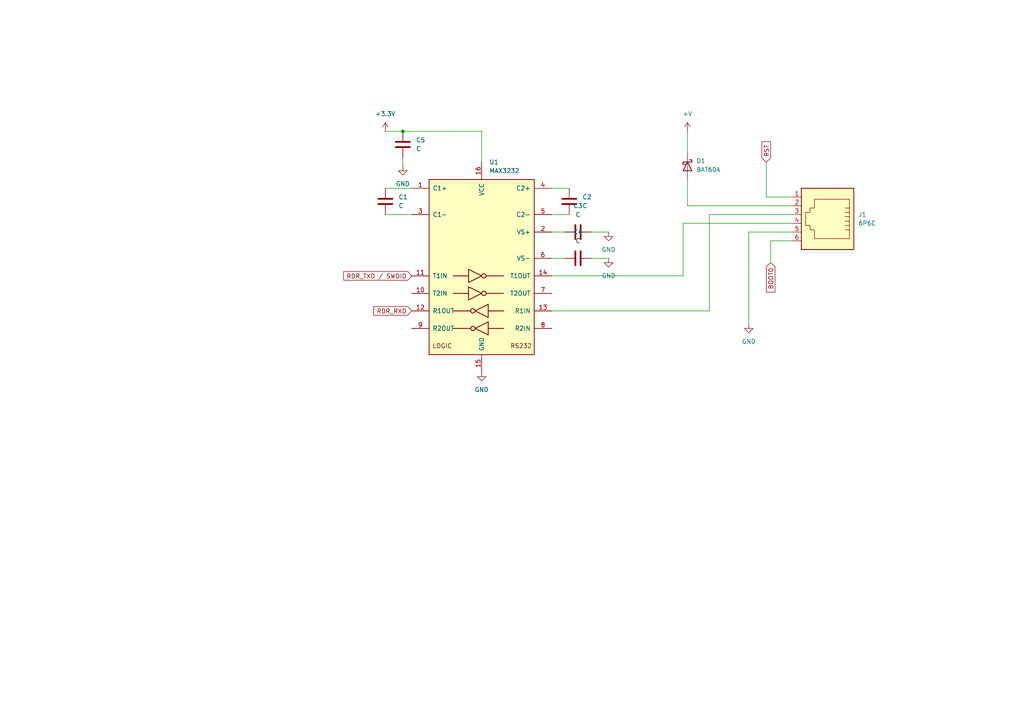
<source format=kicad_sch>
(kicad_sch (version 20231120) (generator "eeschema") (generator_version "8.0")
  (paper "A4")
  (lib_symbols
    (symbol "Connector:6P6C" (pin_names (offset 1.016))
      (property "Reference" "J" (at -5.08 11.43 0))
      (property "Value" "6P6C" (at 2.54 11.43 0))
      (symbol "6P6C_0_1"
        (polyline (pts (xy -6.35 -1.905) (xy -5.08 -1.905) (xy -5.08 -1.905)))
        (polyline (pts (xy -6.35 -0.635) (xy -5.08 -0.635) (xy -5.08 -0.635)))
        (polyline (pts (xy -6.35 0.635) (xy -5.08 0.635) (xy -5.08 0.635)))
        (polyline (pts (xy -6.35 1.905) (xy -5.08 1.905) (xy -5.08 1.905)))
        (polyline (pts (xy -6.35 3.175) (xy -5.08 3.175) (xy -5.08 3.175)))
        (polyline (pts (xy -5.08 4.445) (xy -6.35 4.445) (xy -6.35 4.445)))
        (polyline (pts (xy -6.35 -4.445) (xy -6.35 6.985) (xy 3.81 6.985) (xy 3.81 4.445) (xy 5.08 4.445) (xy 5.08 3.175) (xy 6.35 3.175) (xy 6.35 -0.635) (xy 5.08 -0.635) (xy 5.08 -1.905) (xy 3.81 -1.905) (xy 3.81 -4.445) (xy -6.35 -4.445) (xy -6.35 -4.445)))
        (rectangle (start 7.62 10.16) (end -7.62 -7.62) (stroke (width 0.254)) (fill (type background)))
      )
      (symbol "6P6C_1_1"
        (pin passive line (at 10.16 -5.08 180) (length 2.54) (name "~") (number "1"))
        (pin passive line (at 10.16 -2.54 180) (length 2.54) (name "~") (number "2"))
        (pin passive line (at 10.16 0 180) (length 2.54) (name "~") (number "3"))
        (pin passive line (at 10.16 2.54 180) (length 2.54) (name "~") (number "4"))
        (pin passive line (at 10.16 5.08 180) (length 2.54) (name "~") (number "5"))
        (pin passive line (at 10.16 7.62 180) (length 2.54) (name "~") (number "6"))
      )
    )
    (symbol "Device:C" (pin_numbers hide) (pin_names (offset 0.254))
      (property "Reference" "C" (at 0.635 2.54 0))
      (property "Value" "C" (at 0.635 -2.54 0))
      (symbol "C_0_1"
        (polyline (pts (xy -2.032 -0.762) (xy 2.032 -0.762)) (stroke (width 0.508)))
        (polyline (pts (xy -2.032 0.762) (xy 2.032 0.762)) (stroke (width 0.508)))
      )
      (symbol "C_1_1"
        (pin passive line (at 0 3.81 270) (length 2.794) (name "~") (number "1"))
        (pin passive line (at 0 -3.81 90) (length 2.794) (name "~") (number "2"))
      )
    )
    (symbol "Diode:BAT60A" (pin_numbers hide) (pin_names (offset 1.016) hide)
      (property "Reference" "D" (at 0 2.54 0))
      (property "Value" "BAT60A" (at 0 -2.54 0))
      (symbol "BAT60A_0_1"
        (polyline (pts (xy 1.27 0) (xy -1.27 0)))
        (polyline (pts (xy 1.27 1.27) (xy 1.27 -1.27) (xy -1.27 0) (xy 1.27 1.27)) (stroke (width 0.254)))
        (polyline (pts (xy -1.905 0.635) (xy -1.905 1.27) (xy -1.27 1.27) (xy -1.27 -1.27) (xy -0.635 -1.27) (xy -0.635 -0.635)) (stroke (width 0.254)))
      )
      (symbol "BAT60A_1_1"
        (pin passive line (at -3.81 0 0) (length 2.54) (name "K") (number "1"))
        (pin passive line (at 3.81 0 180) (length 2.54) (name "A") (number "2"))
      )
    )
    (symbol "Interface_UART:MAX3232" (pin_names (offset 1.016))
      (property "Reference" "U" (at -2.54 28.575 0))
      (property "Value" "MAX3232" (at -2.54 26.67 0))
      (symbol "MAX3232_0_0"
        (text "LOGIC" (at -11.43 -22.86 0) (effects (font (size 1.27 1.27))))
        (text "RS232" (at 11.43 -22.86 0) (effects (font (size 1.27 1.27))))
      )
      (symbol "MAX3232_0_1"
        (rectangle (start -15.24 -25.4) (end 15.24 25.4) (stroke (width 0.254)) (fill (type background)))
        (circle (center -2.54 -17.78) (radius 0.635) (stroke (width 0.254)))
        (circle (center -2.54 -12.7) (radius 0.635) (stroke (width 0.254)))
        (polyline (pts (xy -3.81 -7.62) (xy -8.255 -7.62)) (stroke (width 0.254)))
        (polyline (pts (xy -3.81 -2.54) (xy -8.255 -2.54)) (stroke (width 0.254)))
        (polyline (pts (xy -3.175 -17.78) (xy -8.255 -17.78)) (stroke (width 0.254)))
        (polyline (pts (xy -3.175 -12.7) (xy -8.255 -12.7)) (stroke (width 0.254)))
        (polyline (pts (xy 1.27 -7.62) (xy 6.35 -7.62)) (stroke (width 0.254)))
        (polyline (pts (xy 1.27 -2.54) (xy 6.35 -2.54)) (stroke (width 0.254)))
        (polyline (pts (xy 1.905 -17.78) (xy 6.35 -17.78)) (stroke (width 0.254)))
        (polyline (pts (xy 1.905 -12.7) (xy 6.35 -12.7)) (stroke (width 0.254)))
        (polyline (pts (xy -3.81 -5.715) (xy -3.81 -9.525) (xy 0 -7.62) (xy -3.81 -5.715)) (stroke (width 0.254)))
        (polyline (pts (xy -3.81 -0.635) (xy -3.81 -4.445) (xy 0 -2.54) (xy -3.81 -0.635)) (stroke (width 0.254)))
        (polyline (pts (xy 1.905 -15.875) (xy 1.905 -19.685) (xy -1.905 -17.78) (xy 1.905 -15.875)) (stroke (width 0.254)))
        (polyline (pts (xy 1.905 -10.795) (xy 1.905 -14.605) (xy -1.905 -12.7) (xy 1.905 -10.795)) (stroke (width 0.254)))
        (circle (center 0.635 -7.62) (radius 0.635) (stroke (width 0.254)))
        (circle (center 0.635 -2.54) (radius 0.635) (stroke (width 0.254)))
      )
      (symbol "MAX3232_1_1"
        (pin passive line (at -20.32 22.86 0) (length 5.08) (name "C1+") (number "1"))
        (pin input line (at -20.32 -7.62 0) (length 5.08) (name "T2IN") (number "10"))
        (pin input line (at -20.32 -2.54 0) (length 5.08) (name "T1IN") (number "11"))
        (pin output line (at -20.32 -12.7 0) (length 5.08) (name "R1OUT") (number "12"))
        (pin input line (at 20.32 -12.7 180) (length 5.08) (name "R1IN") (number "13"))
        (pin output line (at 20.32 -2.54 180) (length 5.08) (name "T1OUT") (number "14"))
        (pin power_in line (at 0 -30.48 90) (length 5.08) (name "GND") (number "15"))
        (pin power_in line (at 0 30.48 270) (length 5.08) (name "VCC") (number "16"))
        (pin power_out line (at 20.32 10.16 180) (length 5.08) (name "VS+") (number "2"))
        (pin passive line (at -20.32 15.24 0) (length 5.08) (name "C1-") (number "3"))
        (pin passive line (at 20.32 22.86 180) (length 5.08) (name "C2+") (number "4"))
        (pin passive line (at 20.32 15.24 180) (length 5.08) (name "C2-") (number "5"))
        (pin power_out line (at 20.32 2.54 180) (length 5.08) (name "VS-") (number "6"))
        (pin output line (at 20.32 -7.62 180) (length 5.08) (name "T2OUT") (number "7"))
        (pin input line (at 20.32 -17.78 180) (length 5.08) (name "R2IN") (number "8"))
        (pin output line (at -20.32 -17.78 0) (length 5.08) (name "R2OUT") (number "9"))
      )
    )
    (symbol "power:+3.3V" (power) (pin_numbers hide) (pin_names (offset 0) hide)
      (property "Value" "+3.3V" (at 0 3.556 0))
      (symbol "+3.3V_0_1"
        (polyline (pts (xy -0.762 1.27) (xy 0 2.54)))
        (polyline (pts (xy 0 0) (xy 0 2.54)))
        (polyline (pts (xy 0 2.54) (xy 0.762 1.27)))
      )
      (symbol "+3.3V_1_1"
        (pin power_in line (at 0 0 90) (length 0) (name "~") (number "1"))
      )
    )
    (symbol "power:GND" (power) (pin_numbers hide) (pin_names (offset 0) hide)
      (property "Value" "GND" (at 0 -3.81 0))
      (symbol "GND_0_1"
        (polyline (pts (xy 0 0) (xy 0 -1.27) (xy 1.27 -1.27) (xy 0 -2.54) (xy -1.27 -1.27) (xy 0 -1.27)))
      )
      (symbol "GND_1_1"
        (pin power_in line (at 0 0 270) (length 0) (name "~") (number "1"))
      )
    )
    (symbol "power:VAA" (power) (pin_numbers hide) (pin_names (offset 0) hide)
      (property "Value" "VAA" (at 0 3.556 0))
      (symbol "VAA_0_1"
        (polyline (pts (xy -0.762 1.27) (xy 0 2.54)))
        (polyline (pts (xy 0 0) (xy 0 2.54)))
        (polyline (pts (xy 0 2.54) (xy 0.762 1.27)))
      )
      (symbol "VAA_1_1"
        (pin power_in line (at 0 0 90) (length 0) (name "~") (number "1"))
      )
    )
  )
  (junction (at 116.84 38.1))
  (wire (pts (xy 205.74 62.23) (xy 205.74 90.17)))
  (wire (pts (xy 217.17 67.31) (xy 217.17 93.98)))
  (wire (pts (xy 116.84 45.72) (xy 116.84 48.26)))
  (wire (pts (xy 139.7 38.1) (xy 139.7 46.99)))
  (wire (pts (xy 199.39 52.07) (xy 199.39 59.69)))
  (wire (pts (xy 160.02 62.23) (xy 165.1 62.23)))
  (wire (pts (xy 205.74 90.17) (xy 160.02 90.17)))
  (wire (pts (xy 222.25 46.99) (xy 222.25 57.15)))
  (wire (pts (xy 229.87 57.15) (xy 222.25 57.15)))
  (wire (pts (xy 160.02 74.93) (xy 163.83 74.93)))
  (wire (pts (xy 171.45 67.31) (xy 176.53 67.31)))
  (wire (pts (xy 111.76 54.61) (xy 119.38 54.61)))
  (wire (pts (xy 160.02 67.31) (xy 163.83 67.31)))
  (wire (pts (xy 229.87 64.77) (xy 198.12 64.77)))
  (wire (pts (xy 198.12 80.01) (xy 160.02 80.01)))
  (wire (pts (xy 223.52 69.85) (xy 223.52 76.2)))
  (wire (pts (xy 198.12 64.77) (xy 198.12 80.01)))
  (wire (pts (xy 111.76 62.23) (xy 119.38 62.23)))
  (wire (pts (xy 160.02 54.61) (xy 165.1 54.61)))
  (wire (pts (xy 229.87 67.31) (xy 217.17 67.31)))
  (wire (pts (xy 116.84 38.1) (xy 139.7 38.1)))
  (wire (pts (xy 199.39 38.1) (xy 199.39 44.45)))
  (wire (pts (xy 111.76 38.1) (xy 116.84 38.1)))
  (wire (pts (xy 229.87 62.23) (xy 205.74 62.23)))
  (wire (pts (xy 229.87 59.69) (xy 199.39 59.69)))
  (wire (pts (xy 229.87 69.85) (xy 223.52 69.85)))
  (wire (pts (xy 171.45 74.93) (xy 176.53 74.93)))
  (global_label "RDR_RXD" (shape input) (at 119.38 90.17 180) (property "Intersheetrefs" "${INTERSHEET_REFS}" (effects (hide yes))))
  (global_label "RST" (shape input) (at 222.25 46.99 90) (property "Intersheetrefs" "${INTERSHEET_REFS}" (effects (hide yes))))
  (global_label "BOOT0" (shape input) (at 223.52 76.2 270) (property "Intersheetrefs" "${INTERSHEET_REFS}" (effects (hide yes))))
  (global_label "RDR_TXD {slash} SWDID" (shape input) (at 119.38 80.01 180) (property "Intersheetrefs" "${INTERSHEET_REFS}" (effects (hide yes))))
  (symbol (lib_id "Device:C") (at 165.1 58.42 0) (unit 1)
    (property "Reference" "C2" (at 168.91 57.1499 0) (effects (justify left)))
    (property "Value" "C" (at 168.91 59.6899 0) (effects (justify left)))
    (property "Description" "Unpolarized capacitor" (effects (hide yes)))
  )
  (symbol (lib_id "power:GND") (at 116.84 48.26 0) (unit 1)
    (property "Reference" "#PWR04" (effects (hide yes)))
    (property "Value" "GND" (at 116.84 53.34 0))
    (property "Description" "Power symbol creates a global label with name \"GND\" , ground" (effects (hide yes)))
  )
  (symbol (lib_id "Device:C") (at 167.64 67.31 90) (unit 1)
    (property "Reference" "C3" (at 167.64 59.69 90))
    (property "Value" "C" (at 167.64 62.23 90))
    (property "Description" "Unpolarized capacitor" (effects (hide yes)))
  )
  (symbol (lib_id "power:GND") (at 139.7 107.95 0) (unit 1)
    (property "Reference" "#PWR01" (effects (hide yes)))
    (property "Value" "GND" (at 139.7 113.03 0))
    (property "Description" "Power symbol creates a global label with name \"GND\" , ground" (effects (hide yes)))
  )
  (symbol (lib_id "power:GND") (at 217.17 93.98 0) (unit 1)
    (property "Reference" "#PWR06" (effects (hide yes)))
    (property "Value" "GND" (at 217.17 99.06 0))
    (property "Description" "Power symbol creates a global label with name \"GND\" , ground" (effects (hide yes)))
  )
  (symbol (lib_id "Diode:BAT60A") (at 199.39 48.26 270) (unit 1)
    (property "Reference" "D1" (at 201.93 46.6724 90) (effects (justify left)))
    (property "Value" "BAT60A" (at 201.93 49.2124 90) (effects (justify left)))
    (property "Footprint" "Diode_SMD:D_SOD-323" (effects (hide yes)))
    (property "Datasheet" "https://www.infineon.com/dgdl/Infineon-BAT60ASERIES-DS-v01_01-en.pdf?fileId=db3a304313d846880113def70c9304a9" (effects (hide yes)))
    (property "Description" "10V 3A High Current Recitifier Schottky Diode, SOD-323" (effects (hide yes)))
  )
  (symbol (lib_id "power:GND") (at 176.53 74.93 0) (unit 1)
    (property "Reference" "#PWR03" (effects (hide yes)))
    (property "Value" "GND" (at 176.53 80.01 0))
    (property "Description" "Power symbol creates a global label with name \"GND\" , ground" (effects (hide yes)))
  )
  (symbol (lib_id "power:VAA") (at 199.39 38.1 0) (unit 1)
    (property "Reference" "#PWR?" (effects (hide yes)))
    (property "Value" "+V" (at 199.39 33.02 0))
    (property "Description" "Power symbol creates a global label with name \"VAA\"" (effects (hide yes)))
  )
  (symbol (lib_id "Connector:6P6C") (at 240.03 62.23 180) (unit 1)
    (property "Reference" "J1" (at 248.92 62.2299 0) (effects (justify right)))
    (property "Value" "6P6C" (at 248.92 64.7699 0) (effects (justify right)))
    (property "Description" "RJ connector, 6P6C (6 positions 6 connected), RJ12/RJ18/RJ25" (effects (hide yes)))
  )
  (symbol (lib_id "Device:C") (at 116.84 41.91 0) (unit 1)
    (property "Reference" "C5" (at 120.65 40.6399 0) (effects (justify left)))
    (property "Value" "C" (at 120.65 43.1799 0) (effects (justify left)))
    (property "Description" "Unpolarized capacitor" (effects (hide yes)))
  )
  (symbol (lib_id "Interface_UART:MAX3232") (at 139.7 77.47 0) (unit 1)
    (property "Reference" "U1" (at 141.8941 46.99 0) (effects (justify left)))
    (property "Value" "MAX3232" (at 141.8941 49.53 0) (effects (justify left)))
    (property "Datasheet" "https://datasheets.maximintegrated.com/en/ds/MAX3222-MAX3241.pdf" (effects (hide yes)))
    (property "Description" "3.0V to 5.5V, Low-Power, up to 1Mbps, True RS-232 Transceivers Using Four 0.1μF External Capacitors" (effects (hide yes)))
  )
  (symbol (lib_id "Device:C") (at 111.76 58.42 0) (unit 1)
    (property "Reference" "C1" (at 115.57 57.1499 0) (effects (justify left)))
    (property "Value" "C" (at 115.57 59.6899 0) (effects (justify left)))
    (property "Description" "Unpolarized capacitor" (effects (hide yes)))
  )
  (symbol (lib_id "power:GND") (at 176.53 67.31 0) (unit 1)
    (property "Reference" "#PWR02" (effects (hide yes)))
    (property "Value" "GND" (at 176.53 72.39 0))
    (property "Description" "Power symbol creates a global label with name \"GND\" , ground" (effects (hide yes)))
  )
  (symbol (lib_id "Device:C") (at 167.64 74.93 90) (unit 1)
    (property "Reference" "C4" (at 167.64 67.31 90))
    (property "Value" "C" (at 167.64 69.85 90))
    (property "Description" "Unpolarized capacitor" (effects (hide yes)))
  )
  (symbol (lib_id "power:+3.3V") (at 111.76 38.1 0) (unit 1)
    (property "Reference" "#PWR05" (effects (hide yes)))
    (property "Value" "+3.3V" (at 111.76 33.02 0))
    (property "Description" "Power symbol creates a global label with name \"+3.3V\"" (effects (hide yes)))
  )
)
</source>
